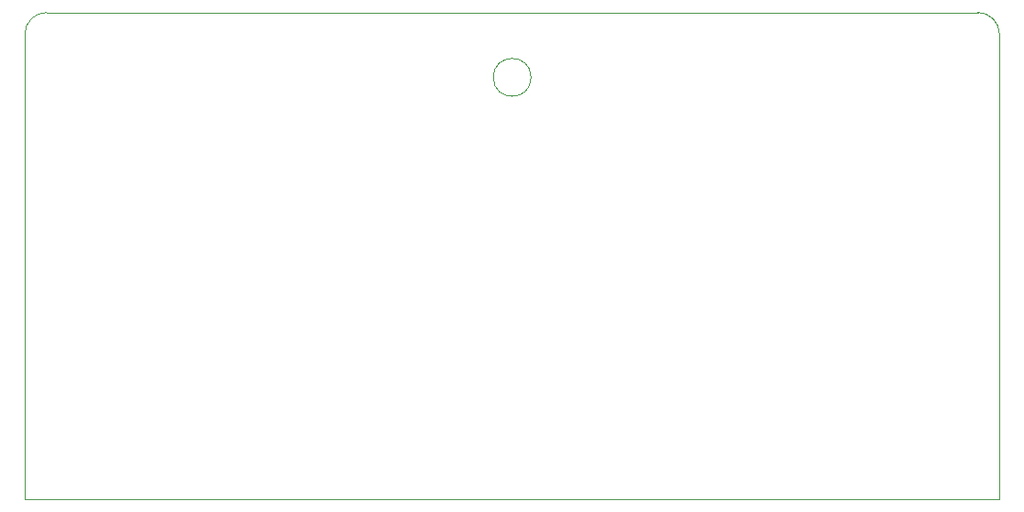
<source format=gm1>
%TF.GenerationSoftware,KiCad,Pcbnew,7.0.5-0*%
%TF.CreationDate,2023-05-29T19:57:58-04:00*%
%TF.ProjectId,vic20-ram-expander,76696332-302d-4726-916d-2d657870616e,rev?*%
%TF.SameCoordinates,Original*%
%TF.FileFunction,Profile,NP*%
%FSLAX46Y46*%
G04 Gerber Fmt 4.6, Leading zero omitted, Abs format (unit mm)*
G04 Created by KiCad (PCBNEW 7.0.5-0) date 2023-05-29 19:57:58*
%MOMM*%
%LPD*%
G01*
G04 APERTURE LIST*
%TA.AperFunction,Profile*%
%ADD10C,0.100000*%
%TD*%
G04 APERTURE END LIST*
D10*
X156750000Y-91000000D02*
G75*
G03*
X156750000Y-91000000I-1750000J0D01*
G01*
X110000000Y-87000000D02*
X110000000Y-119000000D01*
X200000000Y-119000000D02*
X200000000Y-119000000D01*
X110000000Y-119000000D02*
X110000000Y-130000000D01*
X200000000Y-87000000D02*
G75*
G03*
X198000000Y-85000000I-2000000J0D01*
G01*
X200000000Y-119000000D02*
X200000000Y-87000000D01*
X112000000Y-85000000D02*
G75*
G03*
X110000000Y-87000000I0J-2000000D01*
G01*
X110000000Y-130000000D02*
X200000000Y-130000000D01*
X200000000Y-130000000D02*
X200000000Y-119000000D01*
X110000000Y-119000000D02*
X110000000Y-119000000D01*
X198000000Y-85000000D02*
X112000000Y-85000000D01*
M02*

</source>
